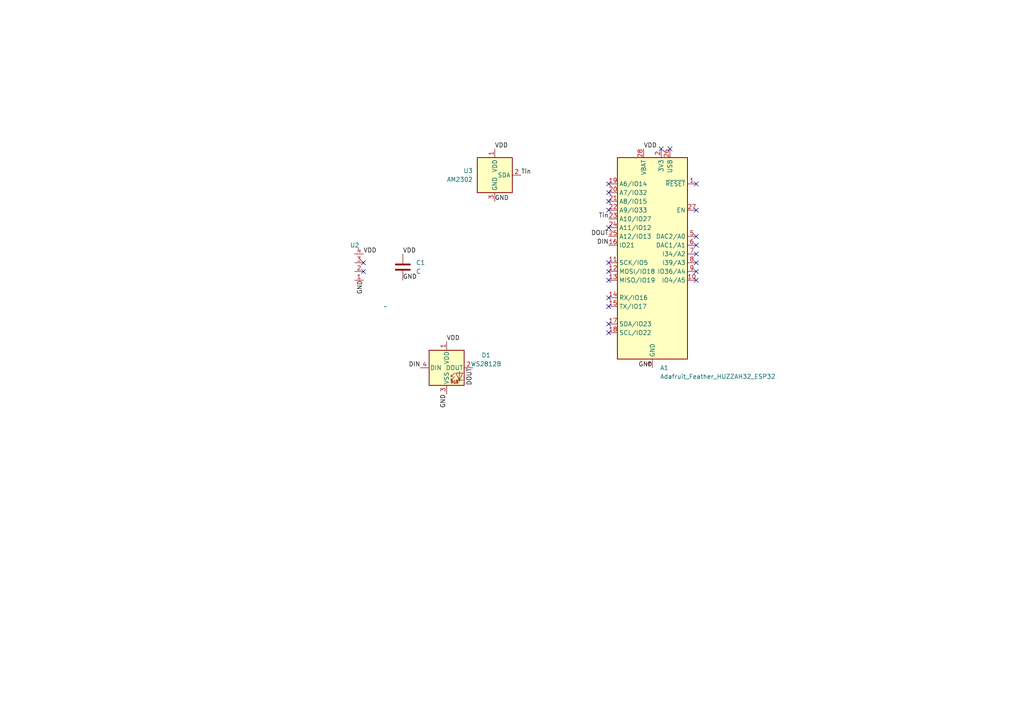
<source format=kicad_sch>
(kicad_sch (version 20230121) (generator eeschema)

  (uuid f9653e0c-7a4c-4c95-8424-d9fa111ee5ec)

  (paper "A4")

  (title_block
    (title "ESP32_DHT_RGB LED ")
    (date "2023-11-14")
    (company "BY ISSA SIDIBE ")
  )

  (lib_symbols
    (symbol "Connector_Male:Connector_01_x_04_Male_" (in_bom yes) (on_board yes)
      (property "Reference" "U" (at 0 0 0)
        (effects (font (size 1.27 1.27)))
      )
      (property "Value" "" (at 0 0 0)
        (effects (font (size 1.27 1.27)))
      )
      (property "Footprint" "" (at 0 0 0)
        (effects (font (size 1.27 1.27)) hide)
      )
      (property "Datasheet" "" (at 0 0 0)
        (effects (font (size 1.27 1.27)) hide)
      )
      (symbol "Connector_01_x_04_Male__1_1"
        (pin power_out line (at -6.35 7.62 180) (length 2.54)
          (name "" (effects (font (size 1.27 1.27))))
          (number "1" (effects (font (size 1.27 1.27))))
        )
        (pin passive line (at -6.35 10.16 180) (length 2.54)
          (name "" (effects (font (size 1.27 1.27))))
          (number "2" (effects (font (size 1.27 1.27))))
        )
        (pin passive line (at -6.35 12.7 180) (length 2.54)
          (name "" (effects (font (size 1.27 1.27))))
          (number "3" (effects (font (size 1.27 1.27))))
        )
        (pin power_out line (at -6.35 15.24 180) (length 2.54)
          (name "" (effects (font (size 1.27 1.27))))
          (number "4" (effects (font (size 1.27 1.27))))
        )
      )
    )
    (symbol "Device:C" (pin_numbers hide) (pin_names (offset 0.254)) (in_bom yes) (on_board yes)
      (property "Reference" "C" (at 0.635 2.54 0)
        (effects (font (size 1.27 1.27)) (justify left))
      )
      (property "Value" "C" (at 0.635 -2.54 0)
        (effects (font (size 1.27 1.27)) (justify left))
      )
      (property "Footprint" "" (at 0.9652 -3.81 0)
        (effects (font (size 1.27 1.27)) hide)
      )
      (property "Datasheet" "~" (at 0 0 0)
        (effects (font (size 1.27 1.27)) hide)
      )
      (property "ki_keywords" "cap capacitor" (at 0 0 0)
        (effects (font (size 1.27 1.27)) hide)
      )
      (property "ki_description" "Unpolarized capacitor" (at 0 0 0)
        (effects (font (size 1.27 1.27)) hide)
      )
      (property "ki_fp_filters" "C_*" (at 0 0 0)
        (effects (font (size 1.27 1.27)) hide)
      )
      (symbol "C_0_1"
        (polyline
          (pts
            (xy -2.032 -0.762)
            (xy 2.032 -0.762)
          )
          (stroke (width 0.508) (type default))
          (fill (type none))
        )
        (polyline
          (pts
            (xy -2.032 0.762)
            (xy 2.032 0.762)
          )
          (stroke (width 0.508) (type default))
          (fill (type none))
        )
      )
      (symbol "C_1_1"
        (pin passive line (at 0 3.81 270) (length 2.794)
          (name "~" (effects (font (size 1.27 1.27))))
          (number "1" (effects (font (size 1.27 1.27))))
        )
        (pin passive line (at 0 -3.81 90) (length 2.794)
          (name "~" (effects (font (size 1.27 1.27))))
          (number "2" (effects (font (size 1.27 1.27))))
        )
      )
    )
    (symbol "LED:WS2812B" (pin_names (offset 0.254)) (in_bom yes) (on_board yes)
      (property "Reference" "D" (at 5.08 5.715 0)
        (effects (font (size 1.27 1.27)) (justify right bottom))
      )
      (property "Value" "WS2812B" (at 1.27 -5.715 0)
        (effects (font (size 1.27 1.27)) (justify left top))
      )
      (property "Footprint" "LED_SMD:LED_WS2812B_PLCC4_5.0x5.0mm_P3.2mm" (at 1.27 -7.62 0)
        (effects (font (size 1.27 1.27)) (justify left top) hide)
      )
      (property "Datasheet" "https://cdn-shop.adafruit.com/datasheets/WS2812B.pdf" (at 2.54 -9.525 0)
        (effects (font (size 1.27 1.27)) (justify left top) hide)
      )
      (property "ki_keywords" "RGB LED NeoPixel addressable" (at 0 0 0)
        (effects (font (size 1.27 1.27)) hide)
      )
      (property "ki_description" "RGB LED with integrated controller" (at 0 0 0)
        (effects (font (size 1.27 1.27)) hide)
      )
      (property "ki_fp_filters" "LED*WS2812*PLCC*5.0x5.0mm*P3.2mm*" (at 0 0 0)
        (effects (font (size 1.27 1.27)) hide)
      )
      (symbol "WS2812B_0_0"
        (text "RGB" (at 2.286 -4.191 0)
          (effects (font (size 0.762 0.762)))
        )
      )
      (symbol "WS2812B_0_1"
        (polyline
          (pts
            (xy 1.27 -3.556)
            (xy 1.778 -3.556)
          )
          (stroke (width 0) (type default))
          (fill (type none))
        )
        (polyline
          (pts
            (xy 1.27 -2.54)
            (xy 1.778 -2.54)
          )
          (stroke (width 0) (type default))
          (fill (type none))
        )
        (polyline
          (pts
            (xy 4.699 -3.556)
            (xy 2.667 -3.556)
          )
          (stroke (width 0) (type default))
          (fill (type none))
        )
        (polyline
          (pts
            (xy 2.286 -2.54)
            (xy 1.27 -3.556)
            (xy 1.27 -3.048)
          )
          (stroke (width 0) (type default))
          (fill (type none))
        )
        (polyline
          (pts
            (xy 2.286 -1.524)
            (xy 1.27 -2.54)
            (xy 1.27 -2.032)
          )
          (stroke (width 0) (type default))
          (fill (type none))
        )
        (polyline
          (pts
            (xy 3.683 -1.016)
            (xy 3.683 -3.556)
            (xy 3.683 -4.064)
          )
          (stroke (width 0) (type default))
          (fill (type none))
        )
        (polyline
          (pts
            (xy 4.699 -1.524)
            (xy 2.667 -1.524)
            (xy 3.683 -3.556)
            (xy 4.699 -1.524)
          )
          (stroke (width 0) (type default))
          (fill (type none))
        )
        (rectangle (start 5.08 5.08) (end -5.08 -5.08)
          (stroke (width 0.254) (type default))
          (fill (type background))
        )
      )
      (symbol "WS2812B_1_1"
        (pin power_in line (at 0 7.62 270) (length 2.54)
          (name "VDD" (effects (font (size 1.27 1.27))))
          (number "1" (effects (font (size 1.27 1.27))))
        )
        (pin output line (at 7.62 0 180) (length 2.54)
          (name "DOUT" (effects (font (size 1.27 1.27))))
          (number "2" (effects (font (size 1.27 1.27))))
        )
        (pin power_in line (at 0 -7.62 90) (length 2.54)
          (name "VSS" (effects (font (size 1.27 1.27))))
          (number "3" (effects (font (size 1.27 1.27))))
        )
        (pin input line (at -7.62 0 0) (length 2.54)
          (name "DIN" (effects (font (size 1.27 1.27))))
          (number "4" (effects (font (size 1.27 1.27))))
        )
      )
    )
    (symbol "MCU_Module:Adafruit_Feather_HUZZAH32_ESP32" (in_bom yes) (on_board yes)
      (property "Reference" "A" (at -10.16 29.21 0)
        (effects (font (size 1.27 1.27)) (justify left))
      )
      (property "Value" "Adafruit_Feather_HUZZAH32_ESP32" (at 2.54 -31.75 0)
        (effects (font (size 1.27 1.27)) (justify left))
      )
      (property "Footprint" "Module:Adafruit_Feather" (at 2.54 -34.29 0)
        (effects (font (size 1.27 1.27)) (justify left) hide)
      )
      (property "Datasheet" "https://cdn-learn.adafruit.com/downloads/pdf/adafruit-huzzah32-esp32-feather.pdf" (at 0 -30.48 0)
        (effects (font (size 1.27 1.27)) hide)
      )
      (property "ki_keywords" "Adafruit feather microcontroller module USB" (at 0 0 0)
        (effects (font (size 1.27 1.27)) hide)
      )
      (property "ki_description" "Microcontroller module with ESP32 MCU" (at 0 0 0)
        (effects (font (size 1.27 1.27)) hide)
      )
      (property "ki_fp_filters" "Adafruit*Feather*" (at 0 0 0)
        (effects (font (size 1.27 1.27)) hide)
      )
      (symbol "Adafruit_Feather_HUZZAH32_ESP32_0_1"
        (rectangle (start -10.16 27.94) (end 10.16 -30.48)
          (stroke (width 0.254) (type default))
          (fill (type background))
        )
      )
      (symbol "Adafruit_Feather_HUZZAH32_ESP32_1_1"
        (pin input line (at 12.7 20.32 180) (length 2.54)
          (name "~{RESET}" (effects (font (size 1.27 1.27))))
          (number "1" (effects (font (size 1.27 1.27))))
        )
        (pin bidirectional line (at 12.7 -7.62 180) (length 2.54)
          (name "IO4/A5" (effects (font (size 1.27 1.27))))
          (number "10" (effects (font (size 1.27 1.27))))
        )
        (pin bidirectional line (at -12.7 -2.54 0) (length 2.54)
          (name "SCK/IO5" (effects (font (size 1.27 1.27))))
          (number "11" (effects (font (size 1.27 1.27))))
        )
        (pin bidirectional line (at -12.7 -5.08 0) (length 2.54)
          (name "MOSI/IO18" (effects (font (size 1.27 1.27))))
          (number "12" (effects (font (size 1.27 1.27))))
        )
        (pin bidirectional line (at -12.7 -7.62 0) (length 2.54)
          (name "MISO/IO19" (effects (font (size 1.27 1.27))))
          (number "13" (effects (font (size 1.27 1.27))))
        )
        (pin bidirectional line (at -12.7 -12.7 0) (length 2.54)
          (name "RX/IO16" (effects (font (size 1.27 1.27))))
          (number "14" (effects (font (size 1.27 1.27))))
        )
        (pin bidirectional line (at -12.7 -15.24 0) (length 2.54)
          (name "TX/IO17" (effects (font (size 1.27 1.27))))
          (number "15" (effects (font (size 1.27 1.27))))
        )
        (pin bidirectional line (at -12.7 2.54 0) (length 2.54)
          (name "IO21" (effects (font (size 1.27 1.27))))
          (number "16" (effects (font (size 1.27 1.27))))
        )
        (pin bidirectional line (at -12.7 -20.32 0) (length 2.54)
          (name "SDA/IO23" (effects (font (size 1.27 1.27))))
          (number "17" (effects (font (size 1.27 1.27))))
        )
        (pin bidirectional line (at -12.7 -22.86 0) (length 2.54)
          (name "SCL/IO22" (effects (font (size 1.27 1.27))))
          (number "18" (effects (font (size 1.27 1.27))))
        )
        (pin bidirectional line (at -12.7 20.32 0) (length 2.54)
          (name "A6/IO14" (effects (font (size 1.27 1.27))))
          (number "19" (effects (font (size 1.27 1.27))))
        )
        (pin power_in line (at 2.54 30.48 270) (length 2.54)
          (name "3V3" (effects (font (size 1.27 1.27))))
          (number "2" (effects (font (size 1.27 1.27))))
        )
        (pin bidirectional line (at -12.7 17.78 0) (length 2.54)
          (name "A7/IO32" (effects (font (size 1.27 1.27))))
          (number "20" (effects (font (size 1.27 1.27))))
        )
        (pin bidirectional line (at -12.7 15.24 0) (length 2.54)
          (name "A8/IO15" (effects (font (size 1.27 1.27))))
          (number "21" (effects (font (size 1.27 1.27))))
        )
        (pin bidirectional line (at -12.7 12.7 0) (length 2.54)
          (name "A9/IO33" (effects (font (size 1.27 1.27))))
          (number "22" (effects (font (size 1.27 1.27))))
        )
        (pin bidirectional line (at -12.7 10.16 0) (length 2.54)
          (name "A10/IO27" (effects (font (size 1.27 1.27))))
          (number "23" (effects (font (size 1.27 1.27))))
        )
        (pin bidirectional line (at -12.7 7.62 0) (length 2.54)
          (name "A11/IO12" (effects (font (size 1.27 1.27))))
          (number "24" (effects (font (size 1.27 1.27))))
        )
        (pin bidirectional line (at -12.7 5.08 0) (length 2.54)
          (name "A12/IO13" (effects (font (size 1.27 1.27))))
          (number "25" (effects (font (size 1.27 1.27))))
        )
        (pin power_in line (at 5.08 30.48 270) (length 2.54)
          (name "USB" (effects (font (size 1.27 1.27))))
          (number "26" (effects (font (size 1.27 1.27))))
        )
        (pin input line (at 12.7 12.7 180) (length 2.54)
          (name "EN" (effects (font (size 1.27 1.27))))
          (number "27" (effects (font (size 1.27 1.27))))
        )
        (pin power_in line (at -2.54 30.48 270) (length 2.54)
          (name "VBAT" (effects (font (size 1.27 1.27))))
          (number "28" (effects (font (size 1.27 1.27))))
        )
        (pin no_connect line (at 10.16 10.16 180) (length 2.54) hide
          (name "NC" (effects (font (size 1.27 1.27))))
          (number "3" (effects (font (size 1.27 1.27))))
        )
        (pin power_in line (at 0 -33.02 90) (length 2.54)
          (name "GND" (effects (font (size 1.27 1.27))))
          (number "4" (effects (font (size 1.27 1.27))))
        )
        (pin bidirectional line (at 12.7 5.08 180) (length 2.54)
          (name "DAC2/A0" (effects (font (size 1.27 1.27))))
          (number "5" (effects (font (size 1.27 1.27))))
        )
        (pin bidirectional line (at 12.7 2.54 180) (length 2.54)
          (name "DAC1/A1" (effects (font (size 1.27 1.27))))
          (number "6" (effects (font (size 1.27 1.27))))
        )
        (pin bidirectional line (at 12.7 0 180) (length 2.54)
          (name "I34/A2" (effects (font (size 1.27 1.27))))
          (number "7" (effects (font (size 1.27 1.27))))
        )
        (pin bidirectional line (at 12.7 -2.54 180) (length 2.54)
          (name "I39/A3" (effects (font (size 1.27 1.27))))
          (number "8" (effects (font (size 1.27 1.27))))
        )
        (pin bidirectional line (at 12.7 -5.08 180) (length 2.54)
          (name "IO36/A4" (effects (font (size 1.27 1.27))))
          (number "9" (effects (font (size 1.27 1.27))))
        )
      )
    )
    (symbol "Sensor:AM2302" (in_bom yes) (on_board yes)
      (property "Reference" "U" (at -3.81 6.35 0)
        (effects (font (size 1.27 1.27)))
      )
      (property "Value" "AM2302" (at 3.81 6.35 0)
        (effects (font (size 1.27 1.27)))
      )
      (property "Footprint" "Sensor:ASAIR_AM2302_P2.54mm_Vertical" (at 0 -10.16 0)
        (effects (font (size 1.27 1.27)) hide)
      )
      (property "Datasheet" "http://akizukidenshi.com/download/ds/aosong/AM2302.pdf" (at 3.81 6.35 0)
        (effects (font (size 1.27 1.27)) hide)
      )
      (property "ki_keywords" "digital sensor" (at 0 0 0)
        (effects (font (size 1.27 1.27)) hide)
      )
      (property "ki_description" "3.3 to 5.0V, Temperature and humidity module,  DHT22, AM2302" (at 0 0 0)
        (effects (font (size 1.27 1.27)) hide)
      )
      (property "ki_fp_filters" "ASAIR*AM2302*P2.54mm*" (at 0 0 0)
        (effects (font (size 1.27 1.27)) hide)
      )
      (symbol "AM2302_0_1"
        (rectangle (start -5.08 5.08) (end 5.08 -5.08)
          (stroke (width 0.254) (type default))
          (fill (type background))
        )
      )
      (symbol "AM2302_1_1"
        (pin power_in line (at 0 7.62 270) (length 2.54)
          (name "VDD" (effects (font (size 1.27 1.27))))
          (number "1" (effects (font (size 1.27 1.27))))
        )
        (pin bidirectional line (at 7.62 0 180) (length 2.54)
          (name "SDA" (effects (font (size 1.27 1.27))))
          (number "2" (effects (font (size 1.27 1.27))))
        )
        (pin power_in line (at 0 -7.62 90) (length 2.54)
          (name "GND" (effects (font (size 1.27 1.27))))
          (number "3" (effects (font (size 1.27 1.27))))
        )
        (pin passive line (at 0 -7.62 90) (length 2.54) hide
          (name "GND" (effects (font (size 1.27 1.27))))
          (number "4" (effects (font (size 1.27 1.27))))
        )
      )
    )
  )


  (no_connect (at 105.41 76.2) (uuid 234e6201-5931-468a-86fc-898c5b387932))
  (no_connect (at 176.53 96.52) (uuid 447bd086-0033-42b0-98d5-7ebba72421d5))
  (no_connect (at 176.53 55.88) (uuid 4816a951-56dd-42b9-9686-aa94c4c13562))
  (no_connect (at 105.41 78.74) (uuid 4896c7d0-3b41-4ea1-9286-8b3eafb5fe2e))
  (no_connect (at 201.93 68.58) (uuid 522f705c-de95-4f38-b90c-1f3a3f969759))
  (no_connect (at 176.53 93.98) (uuid 5c5c6036-6464-4695-adee-11eea6a5bee7))
  (no_connect (at 191.77 43.18) (uuid 5f35aa09-4821-4a48-96fb-edcfe2eb6d28))
  (no_connect (at 176.53 66.04) (uuid 6290b14d-ed04-42f1-90f8-a233347b146a))
  (no_connect (at 201.93 53.34) (uuid 7c12f9d0-a5e5-4812-b866-5da52d12769c))
  (no_connect (at 176.53 86.36) (uuid 7dd114f7-2471-487f-a49f-9f86330d540c))
  (no_connect (at 176.53 58.42) (uuid 8076fa15-5057-4096-89c7-022895e21e61))
  (no_connect (at 201.93 76.2) (uuid 98ef362f-15af-4378-9996-2bb82465d51e))
  (no_connect (at 176.53 81.28) (uuid 999fb8f0-1b04-4868-ac0f-bf0731b684c1))
  (no_connect (at 194.31 43.18) (uuid a2f28985-cef6-47f1-b2c1-9242fc896f5e))
  (no_connect (at 201.93 73.66) (uuid a6582a1b-3097-4228-98c2-4460ff20df60))
  (no_connect (at 201.93 71.12) (uuid aa85a79d-2da3-45d7-9bcd-2b065e4d2afb))
  (no_connect (at 176.53 53.34) (uuid ad7acb10-70d2-4c75-9655-9869e73e46cb))
  (no_connect (at 201.93 78.74) (uuid befea9c9-1d79-438a-96c4-e10ea4830266))
  (no_connect (at 176.53 60.96) (uuid bf612506-354d-47f8-87ff-2654ca72549e))
  (no_connect (at 176.53 88.9) (uuid c2da7661-4e5d-48e0-a572-1da75ff950fb))
  (no_connect (at 201.93 60.96) (uuid de5c4774-33f8-4bf1-80cf-95d46ed9e412))
  (no_connect (at 176.53 78.74) (uuid e77f8ad4-7283-4d14-aaa5-f640671597ad))
  (no_connect (at 201.93 81.28) (uuid edea9b94-50da-4e72-b04c-3eead711e69a))
  (no_connect (at 176.53 76.2) (uuid fd2fa117-27bd-4e9a-9f9d-b0775a68379d))

  (label "VDD" (at 129.54 99.06 0) (fields_autoplaced)
    (effects (font (size 1.27 1.27)) (justify left bottom))
    (uuid 2cb829b5-0ff2-4bfd-9b54-85240f8623b4)
  )
  (label "DIN" (at 121.92 106.68 180) (fields_autoplaced)
    (effects (font (size 1.27 1.27)) (justify right bottom))
    (uuid 30a68c26-a4c4-457b-abc9-eee1ac7b9558)
  )
  (label "GND" (at 143.51 58.42 0) (fields_autoplaced)
    (effects (font (size 1.27 1.27)) (justify left bottom))
    (uuid 3ad762a9-8a79-4fbf-ba34-042efb7037e3)
  )
  (label "DOUT" (at 137.16 106.68 270) (fields_autoplaced)
    (effects (font (size 1.27 1.27)) (justify right bottom))
    (uuid 5965b28d-a3c9-456e-aa04-c2adcaf5276c)
  )
  (label "Tin" (at 176.53 63.5 180) (fields_autoplaced)
    (effects (font (size 1.27 1.27)) (justify right bottom))
    (uuid 65af9742-ec9a-4a1a-9438-8d6b4d2eb09e)
  )
  (label "VDD" (at 143.51 43.18 0) (fields_autoplaced)
    (effects (font (size 1.27 1.27)) (justify left bottom))
    (uuid 6d316f49-1fff-4f34-a2d6-9fbb0d4642a4)
  )
  (label "VDD" (at 186.69 43.18 0) (fields_autoplaced)
    (effects (font (size 1.27 1.27)) (justify left bottom))
    (uuid 7079bb7a-07c1-4bec-9146-ffec2d9c06be)
  )
  (label "DIN" (at 176.53 71.12 180) (fields_autoplaced)
    (effects (font (size 1.27 1.27)) (justify right bottom))
    (uuid 7eb5ac08-874c-48a1-abcc-8e9470005092)
  )
  (label "Tin" (at 151.13 50.8 0) (fields_autoplaced)
    (effects (font (size 1.27 1.27)) (justify left bottom))
    (uuid 856ba50e-a955-45ab-962b-8bd23a2c1f59)
  )
  (label "GND" (at 129.54 114.3 270) (fields_autoplaced)
    (effects (font (size 1.27 1.27)) (justify right bottom))
    (uuid 8e32a082-b951-47f2-992a-8be86b0cc52c)
  )
  (label "GND" (at 189.23 106.68 180) (fields_autoplaced)
    (effects (font (size 1.27 1.27)) (justify right bottom))
    (uuid 8f8b8030-f832-4f81-95e6-256e883203a0)
  )
  (label "GND" (at 105.41 81.28 270) (fields_autoplaced)
    (effects (font (size 1.27 1.27)) (justify right bottom))
    (uuid 99ae4068-662f-4e53-91a7-aafd85899037)
  )
  (label "VDD" (at 105.41 73.66 0) (fields_autoplaced)
    (effects (font (size 1.27 1.27)) (justify left bottom))
    (uuid aeaccdc7-06d7-4577-87ae-5eda2c1347c0)
  )
  (label "DOUT" (at 176.53 68.58 180) (fields_autoplaced)
    (effects (font (size 1.27 1.27)) (justify right bottom))
    (uuid af61c936-24d9-4f53-ae97-284e5b05d2ee)
  )
  (label "GND" (at 116.84 81.28 0) (fields_autoplaced)
    (effects (font (size 1.27 1.27)) (justify left bottom))
    (uuid c3c3962b-c6c4-4330-b434-b5fb012b15aa)
  )
  (label "VDD" (at 116.84 73.66 0) (fields_autoplaced)
    (effects (font (size 1.27 1.27)) (justify left bottom))
    (uuid e955ce2d-3196-4376-92c3-eb497eb1463e)
  )

  (symbol (lib_id "LED:WS2812B") (at 129.54 106.68 0) (unit 1)
    (in_bom yes) (on_board yes) (dnp no) (fields_autoplaced)
    (uuid 03775eab-b361-4b24-9edb-1c2e26c72128)
    (property "Reference" "D1" (at 140.97 103.0321 0)
      (effects (font (size 1.27 1.27)))
    )
    (property "Value" "WS2812B" (at 140.97 105.5721 0)
      (effects (font (size 1.27 1.27)))
    )
    (property "Footprint" "LED_SMD:LED_WS2812B_PLCC4_5.0x5.0mm_P3.2mm" (at 130.81 114.3 0)
      (effects (font (size 1.27 1.27)) (justify left top) hide)
    )
    (property "Datasheet" "https://cdn-shop.adafruit.com/datasheets/WS2812B.pdf" (at 132.08 116.205 0)
      (effects (font (size 1.27 1.27)) (justify left top) hide)
    )
    (pin "4" (uuid 3f59dd9b-8c8f-46e7-b6fa-9c8d46d63bca))
    (pin "3" (uuid 96ef1a69-1a4c-43e4-a5f0-9949a49f446b))
    (pin "1" (uuid 48419114-40ab-4e89-8efb-335c3c0cd53f))
    (pin "2" (uuid b30fbfde-7d4f-43f4-9450-659cc61e137f))
    (instances
      (project "Project3"
        (path "/f9653e0c-7a4c-4c95-8424-d9fa111ee5ec"
          (reference "D1") (unit 1)
        )
      )
    )
  )

  (symbol (lib_id "Device:C") (at 116.84 77.47 0) (unit 1)
    (in_bom yes) (on_board yes) (dnp no) (fields_autoplaced)
    (uuid 42870793-e253-409f-b41f-588d6fc9d72c)
    (property "Reference" "C1" (at 120.65 76.2 0)
      (effects (font (size 1.27 1.27)) (justify left))
    )
    (property "Value" "C" (at 120.65 78.74 0)
      (effects (font (size 1.27 1.27)) (justify left))
    )
    (property "Footprint" "Capacitor_SMD:C_0805_2012Metric" (at 117.8052 81.28 0)
      (effects (font (size 1.27 1.27)) hide)
    )
    (property "Datasheet" "~" (at 116.84 77.47 0)
      (effects (font (size 1.27 1.27)) hide)
    )
    (pin "2" (uuid b598f53c-717a-4d14-a308-e00152d7079d))
    (pin "1" (uuid 10d25f23-37f5-440e-b540-ba61fd391723))
    (instances
      (project "Project3"
        (path "/f9653e0c-7a4c-4c95-8424-d9fa111ee5ec"
          (reference "C1") (unit 1)
        )
      )
    )
  )

  (symbol (lib_id "Sensor:AM2302") (at 143.51 50.8 0) (unit 1)
    (in_bom yes) (on_board yes) (dnp no) (fields_autoplaced)
    (uuid 6dd287fc-b9dd-493e-ba8a-d57e351e4b88)
    (property "Reference" "U3" (at 137.16 49.53 0)
      (effects (font (size 1.27 1.27)) (justify right))
    )
    (property "Value" "AM2302" (at 137.16 52.07 0)
      (effects (font (size 1.27 1.27)) (justify right))
    )
    (property "Footprint" "Sensor:ASAIR_AM2302_P2.54mm_Vertical" (at 143.51 60.96 0)
      (effects (font (size 1.27 1.27)) hide)
    )
    (property "Datasheet" "http://akizukidenshi.com/download/ds/aosong/AM2302.pdf" (at 147.32 44.45 0)
      (effects (font (size 1.27 1.27)) hide)
    )
    (pin "1" (uuid 7d20fee0-330a-4d9e-9343-8ab333e4b3ac))
    (pin "3" (uuid 5fd43ed2-8811-4664-abec-10fa9e940ab1))
    (pin "4" (uuid f6b37134-b16d-4b53-947e-5d74438ca63a))
    (pin "2" (uuid 36f67874-f8fc-41d3-9804-248c2d6fdaa8))
    (instances
      (project "Project3"
        (path "/f9653e0c-7a4c-4c95-8424-d9fa111ee5ec"
          (reference "U3") (unit 1)
        )
      )
    )
  )

  (symbol (lib_id "MCU_Module:Adafruit_Feather_HUZZAH32_ESP32") (at 189.23 73.66 0) (unit 1)
    (in_bom yes) (on_board yes) (dnp no) (fields_autoplaced)
    (uuid d788b379-390e-4226-a675-0eb3ebac7d71)
    (property "Reference" "A1" (at 191.4241 106.68 0)
      (effects (font (size 1.27 1.27)) (justify left))
    )
    (property "Value" "Adafruit_Feather_HUZZAH32_ESP32" (at 191.4241 109.22 0)
      (effects (font (size 1.27 1.27)) (justify left))
    )
    (property "Footprint" "Module:Adafruit_Feather" (at 191.77 107.95 0)
      (effects (font (size 1.27 1.27)) (justify left) hide)
    )
    (property "Datasheet" "https://cdn-learn.adafruit.com/downloads/pdf/adafruit-huzzah32-esp32-feather.pdf" (at 189.23 104.14 0)
      (effects (font (size 1.27 1.27)) hide)
    )
    (pin "1" (uuid 293392fa-f897-4633-b66b-95ac21ec9773))
    (pin "15" (uuid 8a4b8ceb-95f2-40db-a386-97e1f2d8428c))
    (pin "16" (uuid 8011701b-dec0-4c12-81ca-79ffdaddaa25))
    (pin "18" (uuid 41be629b-7981-495f-adfe-5a77f1b6f052))
    (pin "23" (uuid 2ed85272-e636-41ba-bd5d-1d5ff3fce370))
    (pin "13" (uuid 9c0a4ee0-fb82-4f61-9660-85f6af503aed))
    (pin "6" (uuid bdff8c4c-024a-4bf6-b921-d15e418e8aef))
    (pin "25" (uuid 8a176e60-ffea-44f5-b549-dfba77d56a9d))
    (pin "24" (uuid 3af1417b-708c-4376-9cf9-f6e7fd23d281))
    (pin "20" (uuid 8cbdab41-2e03-47bf-9dda-4cfa896cc392))
    (pin "11" (uuid fbd720c4-5f2c-43f6-8568-bf4325a4b00a))
    (pin "22" (uuid bafc6a47-59a0-4865-a455-011404652e76))
    (pin "28" (uuid 9d2e8a33-fe99-46b0-8105-44ec89d77b87))
    (pin "9" (uuid 26dd126e-d652-4ba7-8f5b-b65fd04e03ce))
    (pin "7" (uuid dead896b-72f0-4b58-8549-5f24075cf415))
    (pin "14" (uuid 16e1445c-4a4d-4803-9b28-b9c87e5f4917))
    (pin "4" (uuid 7c4e1f60-1331-4ca7-aef7-adf3335de6f6))
    (pin "5" (uuid 7d06a0c2-1445-47d7-b848-80535443d2b1))
    (pin "12" (uuid 63c78460-3dec-497d-9981-56cb2a11079b))
    (pin "2" (uuid 06378595-a3f3-4fb6-8673-b0cdef7262e7))
    (pin "26" (uuid 62a6ce02-a1f2-4ccd-894a-4624026be3db))
    (pin "3" (uuid ebaf5442-eafc-4424-ad14-49abdcbf5d44))
    (pin "21" (uuid 6d21c1ee-1aa5-4442-bc6c-01ffaabf58eb))
    (pin "19" (uuid 54e765a9-6004-43b6-a6f3-f57502bfaa65))
    (pin "27" (uuid 51781271-2cbd-484a-bd70-97eb1cb6816a))
    (pin "10" (uuid 961b9831-62a3-4fcb-831d-b8027b98f663))
    (pin "17" (uuid 16b6c586-8e9d-4608-9811-c508cbd113ef))
    (pin "8" (uuid 7502f270-875c-4a09-8984-9decadf34d83))
    (instances
      (project "Project3"
        (path "/f9653e0c-7a4c-4c95-8424-d9fa111ee5ec"
          (reference "A1") (unit 1)
        )
      )
    )
  )

  (symbol (lib_id "Connector_Male:Connector_01_x_04_Male_") (at 111.76 88.9 0) (unit 1)
    (in_bom yes) (on_board yes) (dnp no) (fields_autoplaced)
    (uuid f3d47fda-8d65-452c-9423-f1e27f00615c)
    (property "Reference" "U2" (at 102.87 71.12 0)
      (effects (font (size 1.27 1.27)))
    )
    (property "Value" "~" (at 111.76 88.9 0)
      (effects (font (size 1.27 1.27)))
    )
    (property "Footprint" "Connector_PinHeader_1.00mm:PinHeader_1x04_P1.00mm_Vertical" (at 111.76 88.9 0)
      (effects (font (size 1.27 1.27)) hide)
    )
    (property "Datasheet" "" (at 111.76 88.9 0)
      (effects (font (size 1.27 1.27)) hide)
    )
    (pin "4" (uuid 9044f415-6e71-4841-8806-c051501e1b36))
    (pin "3" (uuid b9c035b8-ee01-4979-aa8d-474513cf9438))
    (pin "2" (uuid 33f0ac6c-77b7-4513-978a-2dfce059529b))
    (pin "1" (uuid ac54130b-f515-4893-8682-d5570514a4f1))
    (instances
      (project "Project3"
        (path "/f9653e0c-7a4c-4c95-8424-d9fa111ee5ec"
          (reference "U2") (unit 1)
        )
      )
    )
  )

  (sheet_instances
    (path "/" (page "1"))
  )
)

</source>
